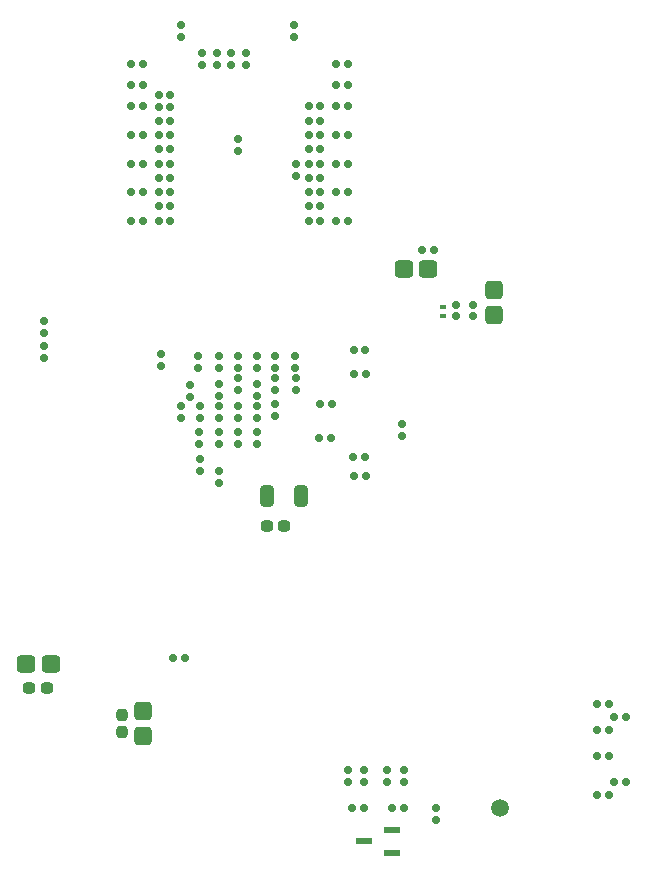
<source format=gbr>
G04*
G04 #@! TF.GenerationSoftware,Altium Limited,Altium Designer,24.2.2 (26)*
G04*
G04 Layer_Color=128*
%FSLAX44Y44*%
%MOMM*%
G71*
G04*
G04 #@! TF.SameCoordinates,D1F85D35-12B9-47B7-842E-F7ABDB1EEA32*
G04*
G04*
G04 #@! TF.FilePolarity,Positive*
G04*
G01*
G75*
G04:AMPARAMS|DCode=22|XSize=0.7mm|YSize=0.6mm|CornerRadius=0.15mm|HoleSize=0mm|Usage=FLASHONLY|Rotation=90.000|XOffset=0mm|YOffset=0mm|HoleType=Round|Shape=RoundedRectangle|*
%AMROUNDEDRECTD22*
21,1,0.7000,0.3000,0,0,90.0*
21,1,0.4000,0.6000,0,0,90.0*
1,1,0.3000,0.1500,0.2000*
1,1,0.3000,0.1500,-0.2000*
1,1,0.3000,-0.1500,-0.2000*
1,1,0.3000,-0.1500,0.2000*
%
%ADD22ROUNDEDRECTD22*%
G04:AMPARAMS|DCode=24|XSize=0.7mm|YSize=0.6mm|CornerRadius=0.15mm|HoleSize=0mm|Usage=FLASHONLY|Rotation=0.000|XOffset=0mm|YOffset=0mm|HoleType=Round|Shape=RoundedRectangle|*
%AMROUNDEDRECTD24*
21,1,0.7000,0.3000,0,0,0.0*
21,1,0.4000,0.6000,0,0,0.0*
1,1,0.3000,0.2000,-0.1500*
1,1,0.3000,-0.2000,-0.1500*
1,1,0.3000,-0.2000,0.1500*
1,1,0.3000,0.2000,0.1500*
%
%ADD24ROUNDEDRECTD24*%
G04:AMPARAMS|DCode=28|XSize=0.95mm|YSize=1mm|CornerRadius=0.2375mm|HoleSize=0mm|Usage=FLASHONLY|Rotation=90.000|XOffset=0mm|YOffset=0mm|HoleType=Round|Shape=RoundedRectangle|*
%AMROUNDEDRECTD28*
21,1,0.9500,0.5250,0,0,90.0*
21,1,0.4750,1.0000,0,0,90.0*
1,1,0.4750,0.2625,0.2375*
1,1,0.4750,0.2625,-0.2375*
1,1,0.4750,-0.2625,-0.2375*
1,1,0.4750,-0.2625,0.2375*
%
%ADD28ROUNDEDRECTD28*%
G04:AMPARAMS|DCode=30|XSize=0.95mm|YSize=1mm|CornerRadius=0.2375mm|HoleSize=0mm|Usage=FLASHONLY|Rotation=180.000|XOffset=0mm|YOffset=0mm|HoleType=Round|Shape=RoundedRectangle|*
%AMROUNDEDRECTD30*
21,1,0.9500,0.5250,0,0,180.0*
21,1,0.4750,1.0000,0,0,180.0*
1,1,0.4750,-0.2375,0.2625*
1,1,0.4750,0.2375,0.2625*
1,1,0.4750,0.2375,-0.2625*
1,1,0.4750,-0.2375,-0.2625*
%
%ADD30ROUNDEDRECTD30*%
G04:AMPARAMS|DCode=31|XSize=1.5mm|YSize=1.6mm|CornerRadius=0.375mm|HoleSize=0mm|Usage=FLASHONLY|Rotation=180.000|XOffset=0mm|YOffset=0mm|HoleType=Round|Shape=RoundedRectangle|*
%AMROUNDEDRECTD31*
21,1,1.5000,0.8500,0,0,180.0*
21,1,0.7500,1.6000,0,0,180.0*
1,1,0.7500,-0.3750,0.4250*
1,1,0.7500,0.3750,0.4250*
1,1,0.7500,0.3750,-0.4250*
1,1,0.7500,-0.3750,-0.4250*
%
%ADD31ROUNDEDRECTD31*%
%ADD111C,1.5000*%
G04:AMPARAMS|DCode=122|XSize=1.15mm|YSize=1.8mm|CornerRadius=0.2875mm|HoleSize=0mm|Usage=FLASHONLY|Rotation=180.000|XOffset=0mm|YOffset=0mm|HoleType=Round|Shape=RoundedRectangle|*
%AMROUNDEDRECTD122*
21,1,1.1500,1.2250,0,0,180.0*
21,1,0.5750,1.8000,0,0,180.0*
1,1,0.5750,-0.2875,0.6125*
1,1,0.5750,0.2875,0.6125*
1,1,0.5750,0.2875,-0.6125*
1,1,0.5750,-0.2875,-0.6125*
%
%ADD122ROUNDEDRECTD122*%
%ADD123R,1.3500X0.6000*%
%ADD124R,0.5000X0.4000*%
G04:AMPARAMS|DCode=125|XSize=1.5mm|YSize=1.6mm|CornerRadius=0.375mm|HoleSize=0mm|Usage=FLASHONLY|Rotation=90.000|XOffset=0mm|YOffset=0mm|HoleType=Round|Shape=RoundedRectangle|*
%AMROUNDEDRECTD125*
21,1,1.5000,0.8500,0,0,90.0*
21,1,0.7500,1.6000,0,0,90.0*
1,1,0.7500,0.4250,0.3750*
1,1,0.7500,0.4250,-0.3750*
1,1,0.7500,-0.4250,-0.3750*
1,1,0.7500,-0.4250,0.3750*
%
%ADD125ROUNDEDRECTD125*%
D22*
X499000Y812430D02*
D03*
X616000Y754500D02*
D03*
X499000Y802609D02*
D03*
X616000Y742375D02*
D03*
X499000Y790875D02*
D03*
Y718125D02*
D03*
X616000Y803000D02*
D03*
Y766625D02*
D03*
Y778750D02*
D03*
X499000Y730250D02*
D03*
X616000Y706000D02*
D03*
X499000D02*
D03*
X616000Y718125D02*
D03*
X499000Y742375D02*
D03*
X616000Y730250D02*
D03*
X499000Y766625D02*
D03*
Y754500D02*
D03*
X616000Y790875D02*
D03*
X499000Y778750D02*
D03*
X696852Y209000D02*
D03*
X686852D02*
D03*
X663000D02*
D03*
X653000D02*
D03*
X636000Y551000D02*
D03*
X626000D02*
D03*
X635000Y522000D02*
D03*
X625000D02*
D03*
X664183Y596548D02*
D03*
X654183D02*
D03*
X664466Y576484D02*
D03*
X654466D02*
D03*
X664000Y506000D02*
D03*
X654000D02*
D03*
X722000Y681000D02*
D03*
X712000D02*
D03*
X489000Y706000D02*
D03*
Y730250D02*
D03*
Y742375D02*
D03*
Y802609D02*
D03*
X476000Y838760D02*
D03*
X466000D02*
D03*
X476000Y821086D02*
D03*
X466000D02*
D03*
X476000Y803000D02*
D03*
X466000D02*
D03*
Y754000D02*
D03*
X476000D02*
D03*
X466000Y730000D02*
D03*
X476000D02*
D03*
X466000Y706000D02*
D03*
X476000D02*
D03*
X626000Y742375D02*
D03*
Y730250D02*
D03*
Y718125D02*
D03*
X649000Y706000D02*
D03*
X639000D02*
D03*
X649000Y730250D02*
D03*
X639000D02*
D03*
X649000Y754500D02*
D03*
X639000D02*
D03*
X626000Y766625D02*
D03*
Y803000D02*
D03*
Y778750D02*
D03*
X649000Y821086D02*
D03*
X639000D02*
D03*
X649000Y838760D02*
D03*
X639000D02*
D03*
X501000Y336000D02*
D03*
X511000D02*
D03*
X489000Y812430D02*
D03*
X626000Y706000D02*
D03*
Y790875D02*
D03*
Y754500D02*
D03*
X489000Y766625D02*
D03*
Y754500D02*
D03*
Y718125D02*
D03*
Y778750D02*
D03*
X639000Y778750D02*
D03*
X649000D02*
D03*
X476000Y779000D02*
D03*
X466000D02*
D03*
X639000Y803000D02*
D03*
X649000D02*
D03*
X654466Y490000D02*
D03*
X664466D02*
D03*
X489000Y790875D02*
D03*
X885000Y231000D02*
D03*
X875000D02*
D03*
X870000Y220000D02*
D03*
X860000D02*
D03*
X870000Y297000D02*
D03*
X860000D02*
D03*
X870000Y253000D02*
D03*
X860000D02*
D03*
X870000Y275000D02*
D03*
X860000D02*
D03*
X885000Y286000D02*
D03*
X875000D02*
D03*
D24*
X538333Y838000D02*
D03*
X563000D02*
D03*
X526000D02*
D03*
X605000Y754000D02*
D03*
X550667Y838000D02*
D03*
X649000Y241000D02*
D03*
Y231000D02*
D03*
X663000Y241000D02*
D03*
Y231000D02*
D03*
X682565Y241000D02*
D03*
Y231000D02*
D03*
X696852Y241000D02*
D03*
Y231000D02*
D03*
X724000Y199000D02*
D03*
Y209000D02*
D03*
X522000Y581367D02*
D03*
Y591367D02*
D03*
X539974Y581557D02*
D03*
Y591557D02*
D03*
X556180Y581694D02*
D03*
Y591694D02*
D03*
X572000Y581649D02*
D03*
Y591649D02*
D03*
X587957Y581649D02*
D03*
Y591649D02*
D03*
X604969Y581609D02*
D03*
Y591609D02*
D03*
X516000Y557000D02*
D03*
Y567000D02*
D03*
X540000Y568000D02*
D03*
Y558000D02*
D03*
X572000Y568000D02*
D03*
Y558000D02*
D03*
X605000Y563000D02*
D03*
Y573000D02*
D03*
X588000Y563000D02*
D03*
Y573000D02*
D03*
X556000Y563000D02*
D03*
Y573000D02*
D03*
X588000Y541000D02*
D03*
Y551000D02*
D03*
X572000Y549000D02*
D03*
Y539000D02*
D03*
X540000Y549000D02*
D03*
Y539000D02*
D03*
X556000Y549000D02*
D03*
Y539000D02*
D03*
X524000D02*
D03*
Y549000D02*
D03*
X508000Y539000D02*
D03*
Y549000D02*
D03*
X491000Y583000D02*
D03*
Y593000D02*
D03*
X523000Y517000D02*
D03*
Y527000D02*
D03*
X540000Y517000D02*
D03*
Y527000D02*
D03*
X556000D02*
D03*
Y517000D02*
D03*
X524000Y494000D02*
D03*
Y504000D02*
D03*
X540000Y484000D02*
D03*
Y494000D02*
D03*
X572000Y527000D02*
D03*
Y517000D02*
D03*
X741000Y625000D02*
D03*
Y635000D02*
D03*
X755000Y625000D02*
D03*
Y635000D02*
D03*
X392000Y600000D02*
D03*
Y590000D02*
D03*
X550667Y848000D02*
D03*
X563000D02*
D03*
X508000Y872000D02*
D03*
Y862000D02*
D03*
X603953Y872000D02*
D03*
Y862000D02*
D03*
X392000Y620811D02*
D03*
Y610811D02*
D03*
X695500Y524000D02*
D03*
Y534000D02*
D03*
X526000Y848000D02*
D03*
X538333D02*
D03*
X605000Y744000D02*
D03*
X556000Y775000D02*
D03*
Y765000D02*
D03*
D28*
X580500Y448000D02*
D03*
X595500D02*
D03*
X379646Y310461D02*
D03*
X394646D02*
D03*
D30*
X458146Y272961D02*
D03*
Y287961D02*
D03*
D31*
X773000Y626500D02*
D03*
Y647500D02*
D03*
X476146Y290961D02*
D03*
Y269961D02*
D03*
D111*
X778000Y209000D02*
D03*
D122*
X580447Y473096D02*
D03*
X609447D02*
D03*
D123*
X686852Y190123D02*
D03*
Y171123D02*
D03*
X662852Y180623D02*
D03*
D124*
X730000Y633000D02*
D03*
Y625000D02*
D03*
D125*
X717500Y665000D02*
D03*
X696500D02*
D03*
X397646Y330461D02*
D03*
X376646D02*
D03*
M02*

</source>
